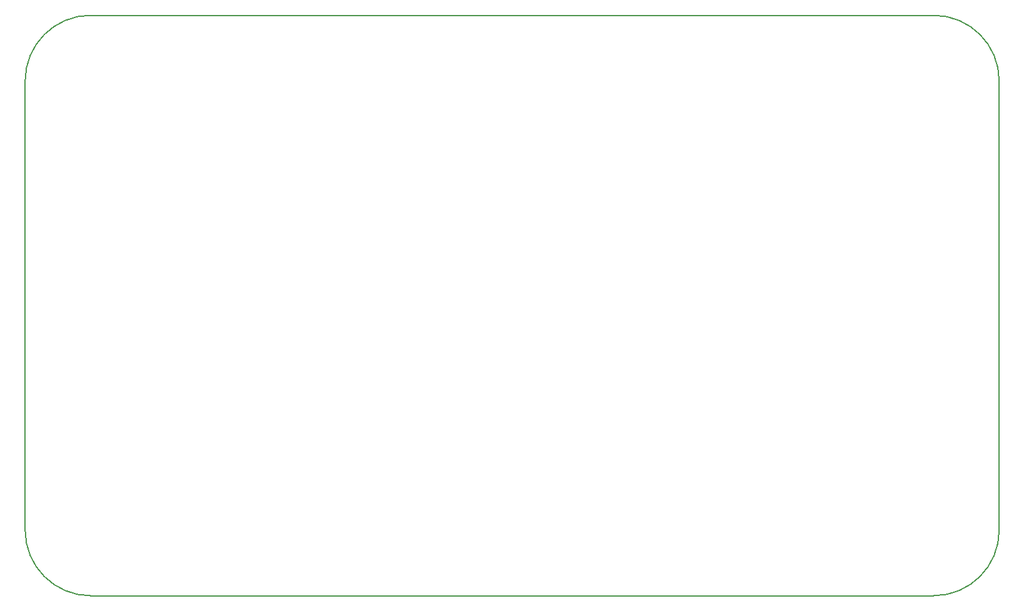
<source format=gbr>
G04 #@! TF.FileFunction,Profile,NP*
%FSLAX46Y46*%
G04 Gerber Fmt 4.6, Leading zero omitted, Abs format (unit mm)*
G04 Created by KiCad (PCBNEW 4.0.0-rc2-1-stable) date Monday, December 07, 2015 'PMt' 01:20:20 PM*
%MOMM*%
G01*
G04 APERTURE LIST*
%ADD10C,0.100000*%
%ADD11C,0.200000*%
G04 APERTURE END LIST*
D10*
D11*
X67200560Y-116995180D02*
G75*
G03X76090560Y-125885180I8890000J0D01*
G01*
X76090560Y-47145180D02*
G75*
G03X67200560Y-56035180I0J-8890000D01*
G01*
X199280560Y-56035180D02*
G75*
G03X190390560Y-47145180I-8890000J0D01*
G01*
X190390560Y-125885180D02*
G75*
G03X199280560Y-116995180I0J8890000D01*
G01*
X190390560Y-47145180D02*
X76090560Y-47145180D01*
X199280560Y-116995180D02*
X199280560Y-56035180D01*
X76090560Y-125885180D02*
X190390560Y-125885180D01*
X67200560Y-56035180D02*
X67200560Y-116995180D01*
M02*

</source>
